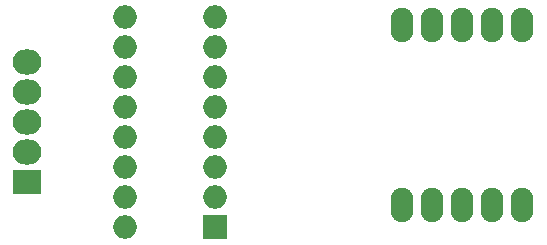
<source format=gbs>
G04 #@! TF.GenerationSoftware,KiCad,Pcbnew,(2017-01-24 revision 0b6147e)-makepkg*
G04 #@! TF.CreationDate,2017-01-27T23:50:26+05:30*
G04 #@! TF.ProjectId,7segment,377365676D656E742E6B696361645F70,0.01*
G04 #@! TF.FileFunction,Soldermask,Bot*
G04 #@! TF.FilePolarity,Negative*
%FSLAX46Y46*%
G04 Gerber Fmt 4.6, Leading zero omitted, Abs format (unit mm)*
G04 Created by KiCad (PCBNEW (2017-01-24 revision 0b6147e)-makepkg) date 01/27/17 23:50:26*
%MOMM*%
%LPD*%
G01*
G04 APERTURE LIST*
%ADD10C,0.100000*%
%ADD11O,1.924000X2.924000*%
%ADD12O,2.000000X2.000000*%
%ADD13R,2.000000X2.000000*%
%ADD14O,2.432000X2.127200*%
%ADD15R,2.432000X2.127200*%
G04 APERTURE END LIST*
D10*
D11*
X144780000Y-83185000D03*
X147320000Y-83185000D03*
X149860000Y-83185000D03*
X152400000Y-83185000D03*
X154940000Y-83185000D03*
X154940000Y-98425000D03*
X152400000Y-98425000D03*
X149860000Y-98425000D03*
X147320000Y-98425000D03*
X144780000Y-98425000D03*
D12*
X121285000Y-100330000D03*
X128905000Y-82550000D03*
X121285000Y-97790000D03*
X128905000Y-85090000D03*
X121285000Y-95250000D03*
X128905000Y-87630000D03*
X121285000Y-92710000D03*
X128905000Y-90170000D03*
X121285000Y-90170000D03*
X128905000Y-92710000D03*
X121285000Y-87630000D03*
X128905000Y-95250000D03*
X121285000Y-85090000D03*
X128905000Y-97790000D03*
X121285000Y-82550000D03*
D13*
X128905000Y-100330000D03*
D14*
X113030000Y-86360000D03*
X113030000Y-88900000D03*
X113030000Y-91440000D03*
X113030000Y-93980000D03*
D15*
X113030000Y-96520000D03*
M02*

</source>
